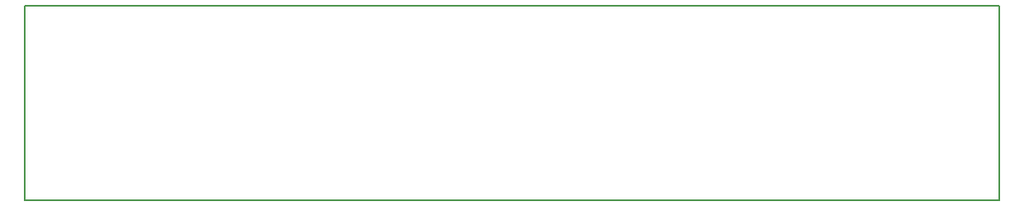
<source format=gbr>
G04 #@! TF.FileFunction,Profile,NP*
%FSLAX46Y46*%
G04 Gerber Fmt 4.6, Leading zero omitted, Abs format (unit mm)*
G04 Created by KiCad (PCBNEW 4.0.6) date 07/29/17 13:08:41*
%MOMM*%
%LPD*%
G01*
G04 APERTURE LIST*
%ADD10C,0.100000*%
%ADD11C,0.150000*%
G04 APERTURE END LIST*
D10*
D11*
X197000000Y-92000000D02*
X197000000Y-112000000D01*
X97000000Y-92000000D02*
X197000000Y-92000000D01*
X97000000Y-112000000D02*
X97000000Y-92000000D01*
X197000000Y-112000000D02*
X97000000Y-112000000D01*
M02*

</source>
